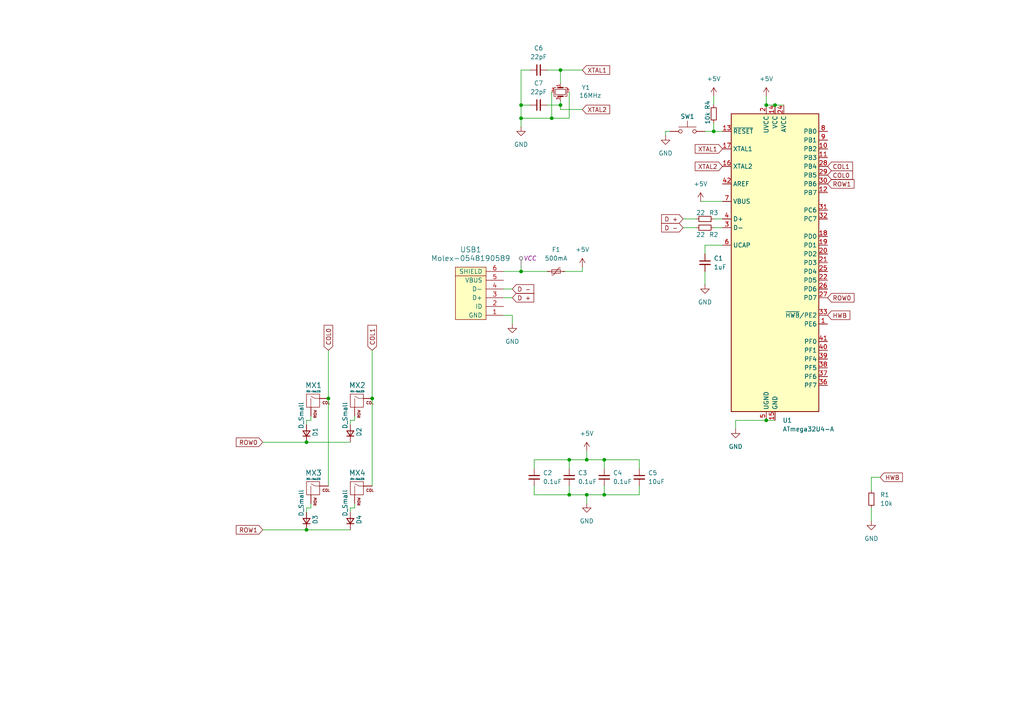
<source format=kicad_sch>
(kicad_sch (version 20231120) (generator "eeschema") (generator_version "8.0")
  (paper "A4")
  (lib_symbols
    (symbol "Device:C_Small" (pin_numbers hide) (pin_names (offset 0.254) hide)
      (property "Reference" "C" (at 0.254 1.778 0))
      (property "Value" "C_Small" (at 0.254 -2.032 0))
      (symbol "C_Small_0_1"
        (polyline (pts (xy -1.524 -0.508) (xy 1.524 -0.508)) (stroke (width 0.3302)))
        (polyline (pts (xy -1.524 0.508) (xy 1.524 0.508)) (stroke (width 0.3048)))
      )
      (symbol "C_Small_1_1"
        (pin passive line (at 0 2.54 270) (length 2.032) (name "~") (number "1"))
        (pin passive line (at 0 -2.54 90) (length 2.032) (name "~") (number "2"))
      )
    )
    (symbol "Device:Crystal_GND24_Small" (pin_names (offset 1.016) hide)
      (property "Reference" "Y" (at 1.27 4.445 0))
      (property "Value" "Crystal_GND24_Small" (at 1.27 2.54 0))
      (symbol "Crystal_GND24_Small_0_1"
        (rectangle (start -0.762 -1.524) (end 0.762 1.524))
        (polyline (pts (xy -1.27 -0.762) (xy -1.27 0.762)) (stroke (width 0.381)))
        (polyline (pts (xy 1.27 -0.762) (xy 1.27 0.762)) (stroke (width 0.381)))
        (polyline (pts (xy -1.27 -1.27) (xy -1.27 -1.905) (xy 1.27 -1.905) (xy 1.27 -1.27)))
        (polyline (pts (xy -1.27 1.27) (xy -1.27 1.905) (xy 1.27 1.905) (xy 1.27 1.27)))
      )
      (symbol "Crystal_GND24_Small_1_1"
        (pin passive line (at -2.54 0 0) (length 1.27) (name "1") (number "1"))
        (pin passive line (at 0 -2.54 90) (length 0.635) (name "2") (number "2"))
        (pin passive line (at 2.54 0 180) (length 1.27) (name "3") (number "3"))
        (pin passive line (at 0 2.54 270) (length 0.635) (name "4") (number "4"))
      )
    )
    (symbol "Device:D_Small" (pin_numbers hide) (pin_names (offset 0.254) hide)
      (property "Reference" "D" (at -1.27 2.032 0))
      (property "Value" "D_Small" (at -3.81 -2.032 0))
      (symbol "D_Small_0_1"
        (polyline (pts (xy -0.762 -1.016) (xy -0.762 1.016)) (stroke (width 0.254)))
        (polyline (pts (xy -0.762 0) (xy 0.762 0)))
        (polyline (pts (xy 0.762 -1.016) (xy -0.762 0) (xy 0.762 1.016) (xy 0.762 -1.016)) (stroke (width 0.254)))
      )
      (symbol "D_Small_1_1"
        (pin passive line (at -2.54 0 0) (length 1.778) (name "K") (number "1"))
        (pin passive line (at 2.54 0 180) (length 1.778) (name "A") (number "2"))
      )
    )
    (symbol "Device:Polyfuse_Small" (pin_numbers hide) (pin_names (offset 0))
      (property "Reference" "F" (at -1.905 0 90))
      (property "Value" "Polyfuse_Small" (at 1.905 0 90))
      (symbol "Polyfuse_Small_0_1"
        (rectangle (start -0.508 1.27) (end 0.508 -1.27))
        (polyline (pts (xy 0 2.54) (xy 0 -2.54)))
        (polyline (pts (xy -1.016 1.27) (xy -1.016 0.762) (xy 1.016 -0.762) (xy 1.016 -1.27)))
      )
      (symbol "Polyfuse_Small_1_1"
        (pin passive line (at 0 2.54 270) (length 0.635) (name "~") (number "1"))
        (pin passive line (at 0 -2.54 90) (length 0.635) (name "~") (number "2"))
      )
    )
    (symbol "Device:R_Small" (pin_numbers hide) (pin_names (offset 0.254) hide)
      (property "Reference" "R" (at 0.762 0.508 0))
      (property "Value" "R_Small" (at 0.762 -1.016 0))
      (symbol "R_Small_0_1"
        (rectangle (start -0.762 1.778) (end 0.762 -1.778) (stroke (width 0.2032)))
      )
      (symbol "R_Small_1_1"
        (pin passive line (at 0 2.54 270) (length 0.762) (name "~") (number "1"))
        (pin passive line (at 0 -2.54 90) (length 0.762) (name "~") (number "2"))
      )
    )
    (symbol "MCU_Microchip_ATmega:ATmega32U4-A"
      (property "Reference" "U" (at -12.7 44.45 0))
      (property "Value" "ATmega32U4-A" (at 2.54 -44.45 0))
      (symbol "ATmega32U4-A_0_1"
        (rectangle (start -12.7 -43.18) (end 12.7 43.18) (stroke (width 0.254)) (fill (type background)))
      )
      (symbol "ATmega32U4-A_1_1"
        (pin bidirectional line (at 15.24 -17.78 180) (length 2.54) (name "PE6") (number "1"))
        (pin bidirectional line (at 15.24 33.02 180) (length 2.54) (name "PB2") (number "10"))
        (pin bidirectional line (at 15.24 30.48 180) (length 2.54) (name "PB3") (number "11"))
        (pin bidirectional line (at 15.24 20.32 180) (length 2.54) (name "PB7") (number "12"))
        (pin input line (at -15.24 38.1 0) (length 2.54) (name "~{RESET}") (number "13"))
        (pin power_in line (at 0 45.72 270) (length 2.54) (name "VCC") (number "14"))
        (pin power_in line (at 0 -45.72 90) (length 2.54) (name "GND") (number "15"))
        (pin output line (at -15.24 27.94 0) (length 2.54) (name "XTAL2") (number "16"))
        (pin input line (at -15.24 33.02 0) (length 2.54) (name "XTAL1") (number "17"))
        (pin bidirectional line (at 15.24 7.62 180) (length 2.54) (name "PD0") (number "18"))
        (pin bidirectional line (at 15.24 5.08 180) (length 2.54) (name "PD1") (number "19"))
        (pin power_in line (at -2.54 45.72 270) (length 2.54) (name "UVCC") (number "2"))
        (pin bidirectional line (at 15.24 2.54 180) (length 2.54) (name "PD2") (number "20"))
        (pin bidirectional line (at 15.24 0 180) (length 2.54) (name "PD3") (number "21"))
        (pin bidirectional line (at 15.24 -5.08 180) (length 2.54) (name "PD5") (number "22"))
        (pin passive line (at 0 -45.72 90) (length 2.54) hide (name "GND") (number "23"))
        (pin power_in line (at 2.54 45.72 270) (length 2.54) (name "AVCC") (number "24"))
        (pin bidirectional line (at 15.24 -2.54 180) (length 2.54) (name "PD4") (number "25"))
        (pin bidirectional line (at 15.24 -7.62 180) (length 2.54) (name "PD6") (number "26"))
        (pin bidirectional line (at 15.24 -10.16 180) (length 2.54) (name "PD7") (number "27"))
        (pin bidirectional line (at 15.24 27.94 180) (length 2.54) (name "PB4") (number "28"))
        (pin bidirectional line (at 15.24 25.4 180) (length 2.54) (name "PB5") (number "29"))
        (pin bidirectional line (at -15.24 10.16 0) (length 2.54) (name "D-") (number "3"))
        (pin bidirectional line (at 15.24 22.86 180) (length 2.54) (name "PB6") (number "30"))
        (pin bidirectional line (at 15.24 15.24 180) (length 2.54) (name "PC6") (number "31"))
        (pin bidirectional line (at 15.24 12.7 180) (length 2.54) (name "PC7") (number "32"))
        (pin bidirectional line (at 15.24 -15.24 180) (length 2.54) (name "~{HWB}/PE2") (number "33"))
        (pin passive line (at 0 45.72 270) (length 2.54) hide (name "VCC") (number "34"))
        (pin passive line (at 0 -45.72 90) (length 2.54) hide (name "GND") (number "35"))
        (pin bidirectional line (at 15.24 -35.56 180) (length 2.54) (name "PF7") (number "36"))
        (pin bidirectional line (at 15.24 -33.02 180) (length 2.54) (name "PF6") (number "37"))
        (pin bidirectional line (at 15.24 -30.48 180) (length 2.54) (name "PF5") (number "38"))
        (pin bidirectional line (at 15.24 -27.94 180) (length 2.54) (name "PF4") (number "39"))
        (pin bidirectional line (at -15.24 12.7 0) (length 2.54) (name "D+") (number "4"))
        (pin bidirectional line (at 15.24 -25.4 180) (length 2.54) (name "PF1") (number "40"))
        (pin bidirectional line (at 15.24 -22.86 180) (length 2.54) (name "PF0") (number "41"))
        (pin passive line (at -15.24 22.86 0) (length 2.54) (name "AREF") (number "42"))
        (pin passive line (at 0 -45.72 90) (length 2.54) hide (name "GND") (number "43"))
        (pin passive line (at 2.54 45.72 270) (length 2.54) hide (name "AVCC") (number "44"))
        (pin passive line (at -2.54 -45.72 90) (length 2.54) (name "UGND") (number "5"))
        (pin passive line (at -15.24 5.08 0) (length 2.54) (name "UCAP") (number "6"))
        (pin input line (at -15.24 17.78 0) (length 2.54) (name "VBUS") (number "7"))
        (pin bidirectional line (at 15.24 38.1 180) (length 2.54) (name "PB0") (number "8"))
        (pin bidirectional line (at 15.24 35.56 180) (length 2.54) (name "PB1") (number "9"))
      )
    )
    (symbol "MX_Alps_Hybrid:MX-NoLED" (pin_names (offset 1.016))
      (property "Reference" "MX" (at -0.635 3.81 0))
      (property "Value" "MX-NoLED" (at -0.635 1.27 0))
      (symbol "MX-NoLED_0_0"
        (rectangle (start -2.54 2.54) (end 1.27 -1.27))
        (polyline (pts (xy -1.27 -1.27) (xy -1.27 1.27)) (stroke (width 0.127)))
        (polyline (pts (xy 1.27 1.27) (xy 0 1.27) (xy -1.27 1.905)) (stroke (width 0.127)))
        (text "COL" (at 3.175 0 0) (effects (font (size 0.762 0.762))))
        (text "ROW" (at 0 -1.905 900) (effects (font (size 0.762 0.762)) (justify right)))
      )
      (symbol "MX-NoLED_1_1"
        (pin passive line (at 3.81 1.27 180) (length 2.54) (name "COL") (number "1"))
        (pin passive line (at -1.27 -3.81 90) (length 2.54) (name "ROW") (number "2"))
      )
    )
    (symbol "Switch:SW_Push" (pin_numbers hide) (pin_names (offset 1.016) hide)
      (property "Reference" "SW" (at 1.27 2.54 0))
      (property "Value" "SW_Push" (at 0 -1.524 0))
      (symbol "SW_Push_0_1"
        (circle (center -2.032 0) (radius 0.508))
        (polyline (pts (xy 0 1.27) (xy 0 3.048)))
        (polyline (pts (xy 2.54 1.27) (xy -2.54 1.27)))
        (circle (center 2.032 0) (radius 0.508))
        (pin passive line (at -5.08 0 0) (length 2.54) (name "1") (number "1"))
        (pin passive line (at 5.08 0 180) (length 2.54) (name "2") (number "2"))
      )
    )
    (symbol "power:+5V" (power) (pin_numbers hide) (pin_names (offset 0) hide)
      (property "Value" "+5V" (at 0 3.556 0))
      (symbol "+5V_0_1"
        (polyline (pts (xy -0.762 1.27) (xy 0 2.54)))
        (polyline (pts (xy 0 0) (xy 0 2.54)))
        (polyline (pts (xy 0 2.54) (xy 0.762 1.27)))
      )
      (symbol "+5V_1_1"
        (pin power_in line (at 0 0 90) (length 0) (name "~") (number "1"))
      )
    )
    (symbol "power:GND" (power) (pin_numbers hide) (pin_names (offset 0) hide)
      (property "Value" "GND" (at 0 -3.81 0))
      (symbol "GND_0_1"
        (polyline (pts (xy 0 0) (xy 0 -1.27) (xy 1.27 -1.27) (xy 0 -2.54) (xy -1.27 -1.27) (xy 0 -1.27)))
      )
      (symbol "GND_1_1"
        (pin power_in line (at 0 0 270) (length 0) (name "~") (number "1"))
      )
    )
    (symbol "random-keyboard-parts:Molex-0548190589" (pin_names (offset 1.016))
      (property "Reference" "USB" (at 0 7.62 0))
      (property "Value" "Molex-0548190589" (at 0 10.16 0))
      (symbol "Molex-0548190589_0_0"
        (polyline (pts (xy 6.35 -2.54) (xy 6.35 6.35)))
        (rectangle (start 8.89 -2.54) (end -6.35 6.35) (fill (type background)))
      )
      (symbol "Molex-0548190589_1_1"
        (pin input line (at -5.08 -7.62 90) (length 5.08) (name "GND") (number "1"))
        (pin input line (at -2.54 -7.62 90) (length 5.08) (name "ID") (number "2"))
        (pin input line (at 0 -7.62 90) (length 5.08) (name "D+") (number "3"))
        (pin input line (at 2.54 -7.62 90) (length 5.08) (name "D-") (number "4"))
        (pin input line (at 5.08 -7.62 90) (length 5.08) (name "VBUS") (number "5"))
        (pin input line (at 7.62 -7.62 90) (length 5.08) (name "SHIELD") (number "6"))
      )
    )
  )
  (junction (at 151.13 78.74))
  (junction (at 207.01 38.1))
  (junction (at 88.9 128.27))
  (junction (at 165.1 143.51))
  (junction (at 175.26 133.35))
  (junction (at 165.1 133.35))
  (junction (at 151.13 30.48))
  (junction (at 162.56 20.32))
  (junction (at 222.25 121.92))
  (junction (at 170.18 133.35))
  (junction (at 222.25 30.48))
  (junction (at 175.26 143.51))
  (junction (at 151.13 34.29))
  (junction (at 95.25 115.57))
  (junction (at 162.56 30.48))
  (junction (at 170.18 143.51))
  (junction (at 224.79 30.48))
  (junction (at 160.02 34.29))
  (junction (at 107.95 115.57))
  (junction (at 88.9 153.67))
  (wire (pts (xy 165.1 140.97) (xy 165.1 143.51)))
  (wire (pts (xy 204.47 78.74) (xy 204.47 82.55)))
  (wire (pts (xy 165.1 133.35) (xy 170.18 133.35)))
  (wire (pts (xy 107.95 115.57) (xy 107.95 140.97)))
  (wire (pts (xy 168.91 78.74) (xy 168.91 77.47)))
  (wire (pts (xy 151.13 77.47) (xy 151.13 78.74)))
  (wire (pts (xy 102.87 120.65) (xy 102.87 121.92)))
  (wire (pts (xy 165.1 143.51) (xy 170.18 143.51)))
  (wire (pts (xy 168.91 31.75) (xy 162.56 31.75)))
  (wire (pts (xy 204.47 71.12) (xy 204.47 73.66)))
  (wire (pts (xy 154.94 140.97) (xy 154.94 143.51)))
  (wire (pts (xy 107.95 101.6) (xy 107.95 115.57)))
  (wire (pts (xy 207.01 63.5) (xy 209.55 63.5)))
  (wire (pts (xy 160.02 26.67) (xy 160.02 34.29)))
  (wire (pts (xy 193.04 38.1) (xy 193.04 39.37)))
  (wire (pts (xy 165.1 133.35) (xy 165.1 135.89)))
  (wire (pts (xy 146.05 83.82) (xy 148.59 83.82)))
  (wire (pts (xy 95.25 101.6) (xy 95.25 115.57)))
  (wire (pts (xy 198.12 63.5) (xy 201.93 63.5)))
  (wire (pts (xy 90.17 146.05) (xy 90.17 147.32)))
  (wire (pts (xy 207.01 35.56) (xy 207.01 38.1)))
  (wire (pts (xy 165.1 34.29) (xy 160.02 34.29)))
  (wire (pts (xy 207.01 38.1) (xy 204.47 38.1)))
  (wire (pts (xy 90.17 147.32) (xy 88.9 147.32)))
  (wire (pts (xy 76.2 153.67) (xy 88.9 153.67)))
  (wire (pts (xy 146.05 86.36) (xy 148.59 86.36)))
  (wire (pts (xy 88.9 121.92) (xy 88.9 123.19)))
  (wire (pts (xy 252.73 138.43) (xy 252.73 142.24)))
  (wire (pts (xy 207.01 66.04) (xy 209.55 66.04)))
  (wire (pts (xy 252.73 147.32) (xy 252.73 151.13)))
  (wire (pts (xy 151.13 20.32) (xy 151.13 30.48)))
  (wire (pts (xy 224.79 121.92) (xy 222.25 121.92)))
  (wire (pts (xy 95.25 115.57) (xy 95.25 140.97)))
  (wire (pts (xy 175.26 140.97) (xy 175.26 143.51)))
  (wire (pts (xy 154.94 135.89) (xy 154.94 133.35)))
  (wire (pts (xy 154.94 133.35) (xy 165.1 133.35)))
  (wire (pts (xy 153.67 30.48) (xy 151.13 30.48)))
  (wire (pts (xy 209.55 38.1) (xy 207.01 38.1)))
  (wire (pts (xy 158.75 30.48) (xy 162.56 30.48)))
  (wire (pts (xy 198.12 66.04) (xy 201.93 66.04)))
  (wire (pts (xy 146.05 91.44) (xy 148.59 91.44)))
  (wire (pts (xy 90.17 120.65) (xy 90.17 121.92)))
  (wire (pts (xy 88.9 128.27) (xy 101.6 128.27)))
  (wire (pts (xy 76.2 128.27) (xy 88.9 128.27)))
  (wire (pts (xy 101.6 121.92) (xy 101.6 123.19)))
  (wire (pts (xy 88.9 147.32) (xy 88.9 148.59)))
  (wire (pts (xy 213.36 121.92) (xy 213.36 124.46)))
  (wire (pts (xy 175.26 133.35) (xy 185.42 133.35)))
  (wire (pts (xy 102.87 147.32) (xy 101.6 147.32)))
  (wire (pts (xy 222.25 30.48) (xy 224.79 30.48)))
  (wire (pts (xy 255.27 138.43) (xy 252.73 138.43)))
  (wire (pts (xy 151.13 20.32) (xy 153.67 20.32)))
  (wire (pts (xy 170.18 143.51) (xy 170.18 146.05)))
  (wire (pts (xy 185.42 143.51) (xy 185.42 140.97)))
  (wire (pts (xy 175.26 133.35) (xy 175.26 135.89)))
  (wire (pts (xy 175.26 143.51) (xy 185.42 143.51)))
  (wire (pts (xy 102.87 121.92) (xy 101.6 121.92)))
  (wire (pts (xy 209.55 71.12) (xy 204.47 71.12)))
  (wire (pts (xy 170.18 143.51) (xy 175.26 143.51)))
  (wire (pts (xy 162.56 30.48) (xy 162.56 29.21)))
  (wire (pts (xy 162.56 31.75) (xy 162.56 30.48)))
  (wire (pts (xy 158.75 20.32) (xy 162.56 20.32)))
  (wire (pts (xy 165.1 26.67) (xy 165.1 34.29)))
  (wire (pts (xy 151.13 30.48) (xy 151.13 34.29)))
  (wire (pts (xy 170.18 133.35) (xy 175.26 133.35)))
  (wire (pts (xy 148.59 91.44) (xy 148.59 93.98)))
  (wire (pts (xy 193.04 38.1) (xy 194.31 38.1)))
  (wire (pts (xy 151.13 34.29) (xy 151.13 36.83)))
  (wire (pts (xy 162.56 20.32) (xy 168.91 20.32)))
  (wire (pts (xy 222.25 121.92) (xy 213.36 121.92)))
  (wire (pts (xy 224.79 30.48) (xy 227.33 30.48)))
  (wire (pts (xy 185.42 133.35) (xy 185.42 135.89)))
  (wire (pts (xy 163.83 78.74) (xy 168.91 78.74)))
  (wire (pts (xy 222.25 27.94) (xy 222.25 30.48)))
  (wire (pts (xy 102.87 146.05) (xy 102.87 147.32)))
  (wire (pts (xy 160.02 34.29) (xy 151.13 34.29)))
  (wire (pts (xy 170.18 130.81) (xy 170.18 133.35)))
  (wire (pts (xy 207.01 27.94) (xy 207.01 30.48)))
  (wire (pts (xy 101.6 147.32) (xy 101.6 148.59)))
  (wire (pts (xy 146.05 78.74) (xy 151.13 78.74)))
  (wire (pts (xy 151.13 78.74) (xy 158.75 78.74)))
  (wire (pts (xy 154.94 143.51) (xy 165.1 143.51)))
  (wire (pts (xy 88.9 153.67) (xy 101.6 153.67)))
  (wire (pts (xy 209.55 58.42) (xy 203.2 58.42)))
  (wire (pts (xy 90.17 121.92) (xy 88.9 121.92)))
  (wire (pts (xy 162.56 20.32) (xy 162.56 24.13)))
  (global_label "D +" (shape input) (at 148.59 86.36 0) (property "Intersheetrefs" "${INTERSHEET_REFS}" (effects (hide yes))))
  (global_label "XTAL2" (shape input) (at 209.55 48.26 180) (property "Intersheetrefs" "${INTERSHEET_REFS}" (effects (hide yes))))
  (global_label "COL0" (shape input) (at 95.25 101.6 90) (property "Intersheetrefs" "${INTERSHEET_REFS}" (effects (hide yes))))
  (global_label "XTAL1" (shape input) (at 209.55 43.18 180) (property "Intersheetrefs" "${INTERSHEET_REFS}" (effects (hide yes))))
  (global_label "COL1" (shape input) (at 107.95 101.6 90) (property "Intersheetrefs" "${INTERSHEET_REFS}" (effects (hide yes))))
  (global_label "ROW0" (shape input) (at 76.2 128.27 180) (property "Intersheetrefs" "${INTERSHEET_REFS}" (effects (hide yes))))
  (global_label "XTAL2" (shape input) (at 168.91 31.75 0) (property "Intersheetrefs" "${INTERSHEET_REFS}" (effects (hide yes))))
  (global_label "XTAL1" (shape input) (at 168.91 20.32 0) (property "Intersheetrefs" "${INTERSHEET_REFS}" (effects (hide yes))))
  (global_label "D -" (shape input) (at 148.59 83.82 0) (property "Intersheetrefs" "${INTERSHEET_REFS}" (effects (hide yes))))
  (global_label "D +" (shape input) (at 198.12 63.5 180) (property "Intersheetrefs" "${INTERSHEET_REFS}" (effects (hide yes))))
  (global_label "HWB" (shape input) (at 255.27 138.43 0) (property "Intersheetrefs" "${INTERSHEET_REFS}" (effects (hide yes))))
  (global_label "HWB" (shape input) (at 240.03 91.44 0) (property "Intersheetrefs" "${INTERSHEET_REFS}" (effects (hide yes))))
  (global_label "COL1" (shape input) (at 240.03 48.26 0) (property "Intersheetrefs" "${INTERSHEET_REFS}" (effects (hide yes))))
  (global_label "ROW1" (shape input) (at 76.2 153.67 180) (property "Intersheetrefs" "${INTERSHEET_REFS}" (effects (hide yes))))
  (global_label "ROW0" (shape input) (at 240.03 86.36 0) (property "Intersheetrefs" "${INTERSHEET_REFS}" (effects (hide yes))))
  (global_label "D -" (shape input) (at 198.12 66.04 180) (property "Intersheetrefs" "${INTERSHEET_REFS}" (effects (hide yes))))
  (global_label "COL0" (shape input) (at 240.03 50.8 0) (property "Intersheetrefs" "${INTERSHEET_REFS}" (effects (hide yes))))
  (global_label "ROW1" (shape input) (at 240.03 53.34 0) (property "Intersheetrefs" "${INTERSHEET_REFS}" (effects (hide yes))))
  (netclass_flag "" (length 2.54) (shape round) (at 151.13 77.47 0) (property "Netclass" "VCC" (at 151.8285 74.93 0) (effects (font (italic yes)) (justify left))))
  (symbol (lib_id "Device:R_Small") (at 252.73 144.78 0) (unit 1)
    (property "Reference" "R1" (at 255.27 143.5099 0) (effects (justify left)))
    (property "Value" "10k" (at 255.27 146.0499 0) (effects (justify left)))
    (property "Footprint" "Resistor_SMD:R_0805_2012Metric" (effects (hide yes)))
    (property "Description" "Resistor, small symbol" (effects (hide yes)))
  )
  (symbol (lib_id "Device:C_Small") (at 156.21 20.32 90) (unit 1)
    (property "Reference" "C6" (at 156.2163 13.97 90))
    (property "Value" "22pF" (at 156.2163 16.51 90))
    (property "Footprint" "Capacitor_SMD:C_0805_2012Metric" (effects (hide yes)))
    (property "Description" "Unpolarized capacitor, small symbol" (effects (hide yes)))
  )
  (symbol (lib_id "Device:C_Small") (at 185.42 138.43 0) (unit 1)
    (property "Reference" "C5" (at 187.96 137.1662 0) (effects (justify left)))
    (property "Value" "10uF" (at 187.96 139.7062 0) (effects (justify left)))
    (property "Footprint" "Capacitor_SMD:C_0805_2012Metric" (effects (hide yes)))
    (property "Description" "Unpolarized capacitor, small symbol" (effects (hide yes)))
  )
  (symbol (lib_id "MX_Alps_Hybrid:MX-NoLED") (at 104.14 142.24 0) (unit 1)
    (property "Reference" "MX4" (at 103.632 137.16 0) (effects (font (size 1.524 1.524))))
    (property "Value" "MX-NoLED" (at 103.632 138.938 0) (effects (font (size 0.508 0.508))))
    (property "Footprint" "MX_Alps_Hybrid:MX-1U-NoLED" (effects (hide yes)))
  )
  (symbol (lib_id "power:+5V") (at 168.91 77.47 0) (unit 1)
    (property "Reference" "#PWR011" (effects (hide yes)))
    (property "Value" "+5V" (at 168.91 72.39 0))
    (property "Description" "Power symbol creates a global label with name \"+5V\"" (effects (hide yes)))
  )
  (symbol (lib_id "power:GND") (at 193.04 39.37 0) (unit 1)
    (property "Reference" "#PWR010" (effects (hide yes)))
    (property "Value" "GND" (at 193.04 44.45 0))
    (property "Description" "Power symbol creates a global label with name \"GND\" , ground" (effects (hide yes)))
  )
  (symbol (lib_id "random-keyboard-parts:Molex-0548190589") (at 138.43 86.36 90) (unit 1)
    (property "Reference" "USB1" (at 136.525 72.39 90) (effects (font (size 1.524 1.524))))
    (property "Value" "Molex-0548190589" (at 136.525 74.93 90) (effects (font (size 1.524 1.524))))
    (property "Footprint" "random-keyboard-parts:Molex-0548190589" (effects (hide yes)))
  )
  (symbol (lib_id "Device:C_Small") (at 154.94 138.43 0) (unit 1)
    (property "Reference" "C2" (at 157.48 137.1662 0) (effects (justify left)))
    (property "Value" "0.1uF" (at 157.48 139.7062 0) (effects (justify left)))
    (property "Footprint" "Capacitor_SMD:C_0805_2012Metric" (effects (hide yes)))
    (property "Description" "Unpolarized capacitor, small symbol" (effects (hide yes)))
  )
  (symbol (lib_id "Switch:SW_Push") (at 199.39 38.1 0) (unit 1)
    (property "Reference" "SW1" (at 199.39 33.782 0))
    (property "Value" "SW_Push" (effects (hide yes)))
    (property "Footprint" "random-keyboard-parts:SKQG-1155865" (effects (hide yes)))
    (property "Description" "Push button switch, generic, two pins" (effects (hide yes)))
  )
  (symbol (lib_id "power:GND") (at 204.47 82.55 0) (unit 1)
    (property "Reference" "#PWR04" (effects (hide yes)))
    (property "Value" "GND" (at 204.47 87.63 0))
    (property "Description" "Power symbol creates a global label with name \"GND\" , ground" (effects (hide yes)))
  )
  (symbol (lib_id "Device:D_Small") (at 88.9 125.73 90) (unit 1)
    (property "Reference" "D1" (at 91.44 123.952 0) (effects (justify right)))
    (property "Value" "D_Small" (at 87.376 116.586 0) (effects (justify right)))
    (property "Footprint" "Diode_SMD:D_SOD-123" (effects (hide yes)))
    (property "Description" "Diode, small symbol" (effects (hide yes)))
    (property "Sim.Device" "D" (effects (hide yes)))
    (property "Sim.Pins" "1=K 2=A" (effects (hide yes)))
  )
  (symbol (lib_id "power:+5V") (at 207.01 27.94 0) (unit 1)
    (property "Reference" "#PWR09" (effects (hide yes)))
    (property "Value" "+5V" (at 207.01 22.86 0))
    (property "Description" "Power symbol creates a global label with name \"+5V\"" (effects (hide yes)))
  )
  (symbol (lib_id "power:+5V") (at 203.2 58.42 0) (unit 1)
    (property "Reference" "#PWR07" (effects (hide yes)))
    (property "Value" "+5V" (at 203.2 53.34 0))
    (property "Description" "Power symbol creates a global label with name \"+5V\"" (effects (hide yes)))
  )
  (symbol (lib_id "Device:Crystal_GND24_Small") (at 162.56 26.67 270) (unit 1)
    (property "Reference" "Y1" (at 169.926 25.4 90))
    (property "Value" "16MHz" (at 171.196 27.686 90))
    (property "Footprint" "Crystal:Crystal_SMD_3225-4Pin_3.2x2.5mm" (effects (hide yes)))
    (property "Description" "Four pin crystal, GND on pins 2 and 4, small symbol" (effects (hide yes)))
  )
  (symbol (lib_id "MX_Alps_Hybrid:MX-NoLED") (at 91.44 142.24 0) (unit 1)
    (property "Reference" "MX3" (at 90.932 137.16 0) (effects (font (size 1.524 1.524))))
    (property "Value" "MX-NoLED" (at 90.932 138.938 0) (effects (font (size 0.508 0.508))))
    (property "Footprint" "MX_Alps_Hybrid:MX-1U-NoLED" (effects (hide yes)))
  )
  (symbol (lib_id "Device:Polyfuse_Small") (at 161.29 78.74 90) (unit 1)
    (property "Reference" "F1" (at 161.29 72.39 90))
    (property "Value" "500mA" (at 161.29 74.93 90))
    (property "Footprint" "Fuse:Fuse_1206_3216Metric" (effects (hide yes)))
    (property "Description" "Resettable fuse, polymeric positive temperature coefficient, small symbol" (effects (hide yes)))
  )
  (symbol (lib_id "power:GND") (at 151.13 36.83 0) (unit 1)
    (property "Reference" "#PWR08" (effects (hide yes)))
    (property "Value" "GND" (at 151.13 41.91 0))
    (property "Description" "Power symbol creates a global label with name \"GND\" , ground" (effects (hide yes)))
  )
  (symbol (lib_id "Device:R_Small") (at 207.01 33.02 180) (unit 1)
    (property "Reference" "R4" (at 205.232 30.48 90))
    (property "Value" "10k" (at 205.232 34.29 90))
    (property "Footprint" "Resistor_SMD:R_0805_2012Metric" (effects (hide yes)))
    (property "Description" "Resistor, small symbol" (effects (hide yes)))
  )
  (symbol (lib_id "power:GND") (at 170.18 146.05 0) (unit 1)
    (property "Reference" "#PWR05" (effects (hide yes)))
    (property "Value" "GND" (at 170.18 151.13 0))
    (property "Description" "Power symbol creates a global label with name \"GND\" , ground" (effects (hide yes)))
  )
  (symbol (lib_id "Device:C_Small") (at 156.21 30.48 90) (unit 1)
    (property "Reference" "C7" (at 156.2163 24.13 90))
    (property "Value" "22pF" (at 156.2163 26.67 90))
    (property "Footprint" "Capacitor_SMD:C_0805_2012Metric" (effects (hide yes)))
    (property "Description" "Unpolarized capacitor, small symbol" (effects (hide yes)))
  )
  (symbol (lib_id "MX_Alps_Hybrid:MX-NoLED") (at 104.14 116.84 0) (unit 1)
    (property "Reference" "MX2" (at 103.632 111.76 0) (effects (font (size 1.524 1.524))))
    (property "Value" "MX-NoLED" (at 103.632 113.538 0) (effects (font (size 0.508 0.508))))
    (property "Footprint" "MX_Alps_Hybrid:MX-1U-NoLED" (effects (hide yes)))
  )
  (symbol (lib_id "Device:R_Small") (at 204.47 66.04 270) (unit 1)
    (property "Reference" "R2" (at 207.01 68.072 90))
    (property "Value" "22" (at 203.2 68.072 90))
    (property "Footprint" "Resistor_SMD:R_0805_2012Metric" (effects (hide yes)))
    (property "Description" "Resistor, small symbol" (effects (hide yes)))
  )
  (symbol (lib_id "power:+5V") (at 170.18 130.81 0) (unit 1)
    (property "Reference" "#PWR06" (effects (hide yes)))
    (property "Value" "+5V" (at 170.18 125.73 0))
    (property "Description" "Power symbol creates a global label with name \"+5V\"" (effects (hide yes)))
  )
  (symbol (lib_id "Device:D_Small") (at 101.6 151.13 90) (unit 1)
    (property "Reference" "D4" (at 104.14 149.352 0) (effects (justify right)))
    (property "Value" "D_Small" (at 100.076 141.986 0) (effects (justify right)))
    (property "Footprint" "Diode_SMD:D_SOD-123" (effects (hide yes)))
    (property "Description" "Diode, small symbol" (effects (hide yes)))
    (property "Sim.Device" "D" (effects (hide yes)))
    (property "Sim.Pins" "1=K 2=A" (effects (hide yes)))
  )
  (symbol (lib_id "Device:R_Small") (at 204.47 63.5 90) (unit 1)
    (property "Reference" "R3" (at 207.01 61.722 90))
    (property "Value" "22" (at 203.2 61.722 90))
    (property "Footprint" "Resistor_SMD:R_0805_2012Metric" (effects (hide yes)))
    (property "Description" "Resistor, small symbol" (effects (hide yes)))
  )
  (symbol (lib_id "Device:D_Small") (at 88.9 151.13 90) (unit 1)
    (property "Reference" "D3" (at 91.44 149.352 0) (effects (justify right)))
    (property "Value" "D_Small" (at 87.376 141.986 0) (effects (justify right)))
    (property "Footprint" "Diode_SMD:D_SOD-123" (effects (hide yes)))
    (property "Description" "Diode, small symbol" (effects (hide yes)))
    (property "Sim.Device" "D" (effects (hide yes)))
    (property "Sim.Pins" "1=K 2=A" (effects (hide yes)))
  )
  (symbol (lib_id "Device:C_Small") (at 165.1 138.43 0) (unit 1)
    (property "Reference" "C3" (at 167.64 137.1662 0) (effects (justify left)))
    (property "Value" "0.1uF" (at 167.64 139.7062 0) (effects (justify left)))
    (property "Footprint" "Capacitor_SMD:C_0805_2012Metric" (effects (hide yes)))
    (property "Description" "Unpolarized capacitor, small symbol" (effects (hide yes)))
  )
  (symbol (lib_id "power:GND") (at 148.59 93.98 0) (unit 1)
    (property "Reference" "#PWR012" (effects (hide yes)))
    (property "Value" "GND" (at 148.59 99.06 0))
    (property "Description" "Power symbol creates a global label with name \"GND\" , ground" (effects (hide yes)))
  )
  (symbol (lib_id "power:+5V") (at 222.25 27.94 0) (unit 1)
    (property "Reference" "#PWR01" (effects (hide yes)))
    (property "Value" "+5V" (at 222.25 22.86 0))
    (property "Description" "Power symbol creates a global label with name \"+5V\"" (effects (hide yes)))
  )
  (symbol (lib_id "Device:D_Small") (at 101.6 125.73 90) (unit 1)
    (property "Reference" "D2" (at 104.14 123.952 0) (effects (justify right)))
    (property "Value" "D_Small" (at 100.076 116.586 0) (effects (justify right)))
    (property "Footprint" "Diode_SMD:D_SOD-123" (effects (hide yes)))
    (property "Description" "Diode, small symbol" (effects (hide yes)))
    (property "Sim.Device" "D" (effects (hide yes)))
    (property "Sim.Pins" "1=K 2=A" (effects (hide yes)))
  )
  (symbol (lib_id "MCU_Microchip_ATmega:ATmega32U4-A") (at 224.79 76.2 0) (unit 1)
    (property "Reference" "U1" (at 226.9841 121.92 0) (effects (justify left)))
    (property "Value" "ATmega32U4-A" (at 226.9841 124.46 0) (effects (justify left)))
    (property "Footprint" "Package_QFP:TQFP-44_10x10mm_P0.8mm" (effects (hide yes)))
    (property "Datasheet" "http://ww1.microchip.com/downloads/en/DeviceDoc/Atmel-7766-8-bit-AVR-ATmega16U4-32U4_Datasheet.pdf" (effects (hide yes)))
    (property "Description" "16MHz, 32kB Flash, 2.5kB SRAM, 1kB EEPROM, USB 2.0, TQFP-44" (effects (hide yes)))
  )
  (symbol (lib_id "power:GND") (at 252.73 151.13 0) (unit 1)
    (property "Reference" "#PWR03" (effects (hide yes)))
    (property "Value" "GND" (at 252.73 156.21 0))
    (property "Description" "Power symbol creates a global label with name \"GND\" , ground" (effects (hide yes)))
  )
  (symbol (lib_id "power:GND") (at 213.36 124.46 0) (unit 1)
    (property "Reference" "#PWR02" (effects (hide yes)))
    (property "Value" "GND" (at 213.36 129.54 0))
    (property "Description" "Power symbol creates a global label with name \"GND\" , ground" (effects (hide yes)))
  )
  (symbol (lib_id "Device:C_Small") (at 175.26 138.43 0) (unit 1)
    (property "Reference" "C4" (at 177.8 137.1662 0) (effects (justify left)))
    (property "Value" "0.1uF" (at 177.8 139.7062 0) (effects (justify left)))
    (property "Footprint" "Capacitor_SMD:C_0805_2012Metric" (effects (hide yes)))
    (property "Description" "Unpolarized capacitor, small symbol" (effects (hide yes)))
  )
  (symbol (lib_id "MX_Alps_Hybrid:MX-NoLED") (at 91.44 116.84 0) (unit 1)
    (property "Reference" "MX1" (at 90.932 111.76 0) (effects (font (size 1.524 1.524))))
    (property "Value" "MX-NoLED" (at 90.932 113.538 0) (effects (font (size 0.508 0.508))))
    (property "Footprint" "MX_Alps_Hybrid:MX-1U-NoLED" (effects (hide yes)))
  )
  (symbol (lib_id "Device:C_Small") (at 204.47 76.2 0) (unit 1)
    (property "Reference" "C1" (at 207.01 74.9362 0) (effects (justify left)))
    (property "Value" "1uF" (at 207.01 77.4762 0) (effects (justify left)))
    (property "Footprint" "Capacitor_SMD:C_0805_2012Metric" (effects (hide yes)))
    (property "Description" "Unpolarized capacitor, small symbol" (effects (hide yes)))
  )
)
</source>
